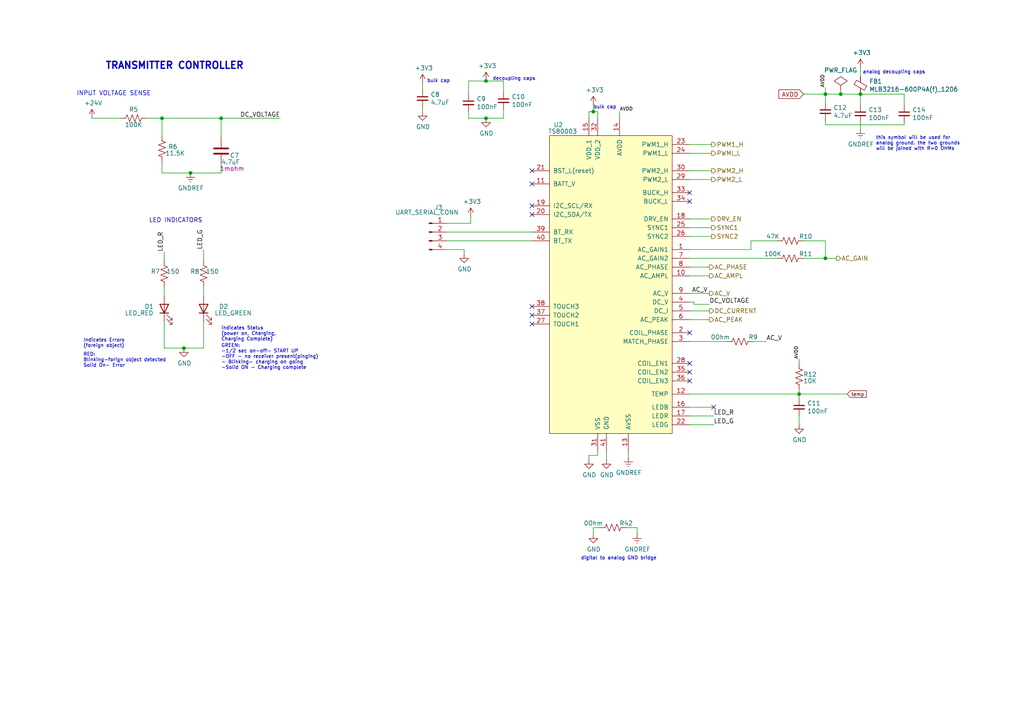
<source format=kicad_sch>
(kicad_sch (version 20211123) (generator eeschema)
  (paper "A4")
  (lib_symbols
    (symbol "Connector:Conn_01x04_Male" (pin_names (offset 1.016) hide)
      (property "Reference" "J" (at 0 5.08 0))
      (property "Value" "Conn_01x04_Male" (at 0 -7.62 0))
      (symbol "Conn_01x04_Male_1_1"
        (polyline (pts (xy 1.27 -5.08) (xy 0.8636 -5.08)) (stroke (width 0.1524)))
        (polyline (pts (xy 1.27 -2.54) (xy 0.8636 -2.54)) (stroke (width 0.1524)))
        (polyline (pts (xy 1.27 0) (xy 0.8636 0)) (stroke (width 0.1524)))
        (polyline (pts (xy 1.27 2.54) (xy 0.8636 2.54)) (stroke (width 0.1524)))
        (rectangle (start 0.8636 -4.953) (end 0 -5.207) (stroke (width 0.1524)) (fill (type outline)))
        (rectangle (start 0.8636 -2.413) (end 0 -2.667) (stroke (width 0.1524)) (fill (type outline)))
        (rectangle (start 0.8636 0.127) (end 0 -0.127) (stroke (width 0.1524)) (fill (type outline)))
        (rectangle (start 0.8636 2.667) (end 0 2.413) (stroke (width 0.1524)) (fill (type outline)))
        (pin passive line (at 5.08 2.54 180) (length 3.81) (name "Pin_1") (number "1"))
        (pin passive line (at 5.08 0 180) (length 3.81) (name "Pin_2") (number "2"))
        (pin passive line (at 5.08 -2.54 180) (length 3.81) (name "Pin_3") (number "3"))
        (pin passive line (at 5.08 -5.08 180) (length 3.81) (name "Pin_4") (number "4"))
      )
    )
    (symbol "Device:C" (pin_numbers hide) (pin_names (offset 0.254))
      (property "Reference" "C" (at 0.635 2.54 0))
      (property "Value" "C" (at 0.635 -2.54 0))
      (symbol "C_0_1"
        (polyline (pts (xy -2.032 -0.762) (xy 2.032 -0.762)) (stroke (width 0.508)))
        (polyline (pts (xy -2.032 0.762) (xy 2.032 0.762)) (stroke (width 0.508)))
      )
      (symbol "C_1_1"
        (pin passive line (at 0 3.81 270) (length 2.794) (name "~") (number "1"))
        (pin passive line (at 0 -3.81 90) (length 2.794) (name "~") (number "2"))
      )
    )
    (symbol "Device:C_Small" (pin_numbers hide) (pin_names (offset 0.254) hide)
      (property "Reference" "C" (at 0.254 1.778 0))
      (property "Value" "C_Small" (at 0.254 -2.032 0))
      (symbol "C_Small_0_1"
        (polyline (pts (xy -1.524 -0.508) (xy 1.524 -0.508)) (stroke (width 0.3302)))
        (polyline (pts (xy -1.524 0.508) (xy 1.524 0.508)) (stroke (width 0.3048)))
      )
      (symbol "C_Small_1_1"
        (pin passive line (at 0 2.54 270) (length 2.032) (name "~") (number "1"))
        (pin passive line (at 0 -2.54 90) (length 2.032) (name "~") (number "2"))
      )
    )
    (symbol "Device:Ferrite_Bead_Small" (pin_numbers hide) (pin_names (offset 0))
      (property "Reference" "FB" (at 1.905 1.27 0))
      (property "Value" "Device_Ferrite_Bead_Small" (at 1.905 -1.27 0))
      (symbol "Ferrite_Bead_Small_0_1"
        (polyline (pts (xy 0 -1.27) (xy 0 -0.7874)))
        (polyline (pts (xy 0 0.889) (xy 0 1.2954)))
        (polyline (pts (xy -1.8288 0.2794) (xy -1.1176 1.4986) (xy 1.8288 -0.2032) (xy 1.1176 -1.4224) (xy -1.8288 0.2794)))
      )
      (symbol "Ferrite_Bead_Small_1_1"
        (pin passive line (at 0 2.54 270) (length 1.27) (name "~") (number "1"))
        (pin passive line (at 0 -2.54 90) (length 1.27) (name "~") (number "2"))
      )
    )
    (symbol "Device:LED" (pin_numbers hide) (pin_names (offset 1.016) hide)
      (property "Reference" "D" (at 0 2.54 0))
      (property "Value" "LED" (at 0 -2.54 0))
      (symbol "LED_0_1"
        (polyline (pts (xy -1.27 -1.27) (xy -1.27 1.27)) (stroke (width 0.254)))
        (polyline (pts (xy -1.27 0) (xy 1.27 0)))
        (polyline (pts (xy 1.27 -1.27) (xy 1.27 1.27) (xy -1.27 0) (xy 1.27 -1.27)) (stroke (width 0.254)))
        (polyline (pts (xy -3.048 -0.762) (xy -4.572 -2.286) (xy -3.81 -2.286) (xy -4.572 -2.286) (xy -4.572 -1.524)))
        (polyline (pts (xy -1.778 -0.762) (xy -3.302 -2.286) (xy -2.54 -2.286) (xy -3.302 -2.286) (xy -3.302 -1.524)))
      )
      (symbol "LED_1_1"
        (pin passive line (at -3.81 0 0) (length 2.54) (name "K") (number "1"))
        (pin passive line (at 3.81 0 180) (length 2.54) (name "A") (number "2"))
      )
    )
    (symbol "Device:R_US" (pin_numbers hide) (pin_names (offset 0))
      (property "Reference" "R" (at 2.54 0 90))
      (property "Value" "R_US" (at -2.54 0 90))
      (symbol "R_US_0_1"
        (polyline (pts (xy 0 -2.286) (xy 0 -2.54)))
        (polyline (pts (xy 0 2.286) (xy 0 2.54)))
        (polyline (pts (xy 0 -0.762) (xy 1.016 -1.143) (xy 0 -1.524) (xy -1.016 -1.905) (xy 0 -2.286)))
        (polyline (pts (xy 0 0.762) (xy 1.016 0.381) (xy 0 0) (xy -1.016 -0.381) (xy 0 -0.762)))
        (polyline (pts (xy 0 2.286) (xy 1.016 1.905) (xy 0 1.524) (xy -1.016 1.143) (xy 0 0.762)))
      )
      (symbol "R_US_1_1"
        (pin passive line (at 0 3.81 270) (length 1.27) (name "~") (number "1"))
        (pin passive line (at 0 -3.81 90) (length 1.27) (name "~") (number "2"))
      )
    )
    (symbol "GCL_Integrated-Circuits:TS80003" (pin_names (offset 1.016))
      (property "Reference" "U" (at -2.54 3.81 0))
      (property "Value" "TS80003" (at 0 1.27 0))
      (symbol "TS80003_1_1"
        (polyline (pts (xy 0 0) (xy 35.56 0) (xy 35.56 -86.36) (xy 0 -86.36) (xy 0 0)) (stroke (width 0.1524)) (fill (type background)))
        (pin passive line (at 40.64 -33.02 180) (length 5.08) (name "AC_GAIN1") (number "1"))
        (pin passive line (at 40.64 -40.64 180) (length 5.08) (name "AC_AMPL") (number "10"))
        (pin passive line (at -5.08 -13.97 0) (length 5.08) (name "BATT_V") (number "11"))
        (pin passive line (at 40.64 -74.93 180) (length 5.08) (name "TEMP") (number "12"))
        (pin power_in line (at 22.86 -91.44 90) (length 5.08) (name "AVSS") (number "13"))
        (pin power_in line (at 20.32 5.08 270) (length 5.08) (name "AVDD") (number "14"))
        (pin power_in line (at 11.43 5.08 270) (length 5.08) (name "VDD_1") (number "15"))
        (pin passive line (at 40.64 -78.74 180) (length 5.08) (name "LEDB") (number "16"))
        (pin passive line (at 40.64 -81.28 180) (length 5.08) (name "LEDR") (number "17"))
        (pin passive line (at 40.64 -24.13 180) (length 5.08) (name "DRV_EN") (number "18"))
        (pin passive line (at -5.08 -20.32 0) (length 5.08) (name "I2C_SCL/RX") (number "19"))
        (pin passive line (at 40.64 -57.15 180) (length 5.08) (name "COIL_PHASE") (number "2"))
        (pin passive line (at -5.08 -22.86 0) (length 5.08) (name "I2C_SDA/TX") (number "20"))
        (pin passive line (at -5.08 -10.16 0) (length 5.08) (name "BST_L(reset)") (number "21"))
        (pin passive line (at 40.64 -83.82 180) (length 5.08) (name "LEDG") (number "22"))
        (pin passive line (at 40.64 -2.54 180) (length 5.08) (name "PWM1_H") (number "23"))
        (pin passive line (at 40.64 -5.08 180) (length 5.08) (name "PWM1_L") (number "24"))
        (pin passive line (at 40.64 -26.67 180) (length 5.08) (name "SYNC1") (number "25"))
        (pin passive line (at 40.64 -29.21 180) (length 5.08) (name "SYNC2") (number "26"))
        (pin passive line (at -5.08 -54.61 0) (length 5.08) (name "TOUCH1") (number "27"))
        (pin passive line (at 40.64 -66.04 180) (length 5.08) (name "COIL_EN1") (number "28"))
        (pin passive line (at 40.64 -12.7 180) (length 5.08) (name "PWM2_L") (number "29"))
        (pin passive line (at 40.64 -59.69 180) (length 5.08) (name "MATCH_PHASE") (number "3"))
        (pin passive line (at 40.64 -10.16 180) (length 5.08) (name "PWM2_H") (number "30"))
        (pin power_in line (at 13.97 -91.44 90) (length 5.08) (name "VSS") (number "31"))
        (pin passive line (at 13.97 5.08 270) (length 5.08) (name "VDD_2") (number "32"))
        (pin passive line (at 40.64 -16.51 180) (length 5.08) (name "BUCK_H") (number "33"))
        (pin passive line (at 40.64 -19.05 180) (length 5.08) (name "BUCK_L") (number "34"))
        (pin passive line (at 40.64 -68.58 180) (length 5.08) (name "COIL_EN2") (number "35"))
        (pin passive line (at 40.64 -71.12 180) (length 5.08) (name "COIL_EN3") (number "36"))
        (pin passive line (at -5.08 -52.07 0) (length 5.08) (name "TOUCH2") (number "37"))
        (pin passive line (at -5.08 -49.53 0) (length 5.08) (name "TOUCH3") (number "38"))
        (pin passive line (at -5.08 -27.94 0) (length 5.08) (name "BT_RX") (number "39"))
        (pin passive line (at 40.64 -48.26 180) (length 5.08) (name "DC_V") (number "4"))
        (pin passive line (at -5.08 -30.48 0) (length 5.08) (name "BT_TX") (number "40"))
        (pin power_in line (at 16.51 -91.44 90) (length 5.08) (name "GND") (number "41"))
        (pin passive line (at 40.64 -50.8 180) (length 5.08) (name "DC_I") (number "5"))
        (pin passive line (at 40.64 -53.34 180) (length 5.08) (name "AC_PEAK") (number "6"))
        (pin passive line (at 40.64 -35.56 180) (length 5.08) (name "AC_GAIN2") (number "7"))
        (pin passive line (at 40.64 -38.1 180) (length 5.08) (name "AC_PHASE") (number "8"))
        (pin passive line (at 40.64 -45.72 180) (length 5.08) (name "AC_V") (number "9"))
      )
    )
    (symbol "The_Qi_wireless_charger_tx-rescue:+3.3V-OLIMEX_Power" (power) (pin_names (offset 0))
      (property "Value" "+3.3V-OLIMEX_Power" (at 0 3.556 0))
      (symbol "+3.3V-OLIMEX_Power_0_1"
        (polyline (pts (xy -0.762 1.27) (xy 0 2.54)))
        (polyline (pts (xy 0 0) (xy 0 2.54)))
        (polyline (pts (xy 0 2.54) (xy 0.762 1.27)))
      )
      (symbol "+3.3V-OLIMEX_Power_1_1"
        (pin power_in line (at 0 0 90) (length 0) hide (name "+3V3") (number "1"))
      )
    )
    (symbol "The_Qi_wireless_charger_tx-rescue:GND-OLIMEX_Power" (power) (pin_names (offset 0))
      (property "Value" "GND-OLIMEX_Power" (at 0 -3.81 0))
      (symbol "GND-OLIMEX_Power_0_1"
        (polyline (pts (xy 0 0) (xy 0 -1.27) (xy 1.27 -1.27) (xy 0 -2.54) (xy -1.27 -1.27) (xy 0 -1.27)))
      )
      (symbol "GND-OLIMEX_Power_1_1"
        (pin power_in line (at 0 0 270) (length 0) hide (name "GND") (number "1"))
      )
    )
    (symbol "The_Qi_wireless_charger_tx-rescue:GNDREF-OLIMEX_Power" (power) (pin_names (offset 0))
      (property "Value" "GNDREF-OLIMEX_Power" (at 0 -3.81 0))
      (symbol "GNDREF-OLIMEX_Power_0_1"
        (polyline (pts (xy -0.635 -1.905) (xy 0.635 -1.905)))
        (polyline (pts (xy -0.127 -2.54) (xy 0.127 -2.54)))
        (polyline (pts (xy 0 -1.27) (xy 0 0)))
        (polyline (pts (xy 1.27 -1.27) (xy -1.27 -1.27)))
      )
      (symbol "GNDREF-OLIMEX_Power_1_1"
        (pin power_in line (at 0 0 270) (length 0) hide (name "GNDREF") (number "1"))
      )
    )
    (symbol "The_Qi_wireless_charger_tx-rescue:PWR_FLAG-OLIMEX_Power" (power) (pin_numbers hide) (pin_names (offset 0) hide)
      (property "Value" "PWR_FLAG-OLIMEX_Power" (at 0 4.572 0))
      (symbol "PWR_FLAG-OLIMEX_Power_0_0"
        (pin power_out line (at 0 0 90) (length 0) (name "pwr") (number "1"))
      )
      (symbol "PWR_FLAG-OLIMEX_Power_0_1"
        (polyline (pts (xy 0 0) (xy 0 1.27) (xy -1.905 2.54) (xy 0 3.81) (xy 1.905 2.54) (xy 0 1.27)))
      )
    )
    (symbol "power:+24V" (power) (pin_names (offset 0))
      (property "Value" "+24V" (at 0 3.556 0))
      (symbol "+24V_0_1"
        (polyline (pts (xy -0.762 1.27) (xy 0 2.54)))
        (polyline (pts (xy 0 0) (xy 0 2.54)))
        (polyline (pts (xy 0 2.54) (xy 0.762 1.27)))
      )
      (symbol "+24V_1_1"
        (pin power_in line (at 0 0 90) (length 0) hide (name "+24V") (number "1"))
      )
    )
  )
  (junction (at 55.245 50.165))
  (junction (at 172.085 32.385))
  (junction (at 140.97 23.495))
  (junction (at 239.395 74.93))
  (junction (at 239.395 27.305))
  (junction (at 243.84 27.305))
  (junction (at 231.775 114.3))
  (junction (at 46.99 34.29))
  (junction (at 53.34 100.965))
  (junction (at 249.555 27.305))
  (junction (at 140.97 34.29))
  (junction (at 64.135 34.29))
  (no_connect (at 200.025 105.41))
  (no_connect (at 207.01 118.11))
  (no_connect (at 154.305 91.44))
  (no_connect (at 154.305 88.9))
  (no_connect (at 200.025 96.52))
  (no_connect (at 200.025 110.49))
  (no_connect (at 154.305 62.23))
  (no_connect (at 154.305 53.34))
  (no_connect (at 154.305 59.69))
  (no_connect (at 200.025 107.95))
  (no_connect (at 154.305 93.98))
  (no_connect (at 200.025 55.88))
  (no_connect (at 154.305 49.53))
  (no_connect (at 200.025 58.42))
  (wire (pts (xy 135.89 32.385) (xy 135.89 34.29)))
  (wire (pts (xy 231.775 123.19) (xy 231.775 120.65)))
  (wire (pts (xy 172.085 153.035) (xy 172.085 154.94)))
  (wire (pts (xy 59.055 100.965) (xy 59.055 93.345)))
  (wire (pts (xy 47.625 100.965) (xy 53.34 100.965)))
  (wire (pts (xy 122.555 24.13) (xy 122.555 26.035)))
  (wire (pts (xy 129.54 67.31) (xy 154.305 67.31)))
  (wire (pts (xy 200.025 49.53) (xy 206.375 49.53)))
  (wire (pts (xy 129.54 69.85) (xy 154.305 69.85)))
  (wire (pts (xy 42.545 34.29) (xy 46.99 34.29)))
  (wire (pts (xy 217.805 72.39) (xy 217.805 69.85)))
  (wire (pts (xy 200.025 77.47) (xy 205.74 77.47)))
  (wire (pts (xy 239.395 69.85) (xy 233.045 69.85)))
  (wire (pts (xy 129.54 72.39) (xy 134.62 72.39)))
  (wire (pts (xy 200.025 118.11) (xy 207.01 118.11)))
  (wire (pts (xy 172.085 30.48) (xy 172.085 32.385)))
  (wire (pts (xy 136.525 62.865) (xy 136.525 64.77)))
  (wire (pts (xy 173.99 153.035) (xy 172.085 153.035)))
  (wire (pts (xy 239.395 27.305) (xy 239.395 25.4)))
  (wire (pts (xy 182.245 132.715) (xy 182.245 130.81)))
  (wire (pts (xy 231.775 114.3) (xy 231.775 113.03)))
  (wire (pts (xy 46.99 50.165) (xy 46.99 46.99)))
  (wire (pts (xy 46.99 34.29) (xy 64.135 34.29)))
  (wire (pts (xy 59.055 75.565) (xy 59.055 72.39)))
  (wire (pts (xy 184.785 153.035) (xy 184.785 154.94)))
  (wire (pts (xy 200.025 120.65) (xy 207.01 120.65)))
  (wire (pts (xy 249.555 30.48) (xy 249.555 27.305)))
  (wire (pts (xy 231.775 105.41) (xy 231.775 104.14)))
  (wire (pts (xy 200.025 92.71) (xy 205.74 92.71)))
  (wire (pts (xy 173.355 130.81) (xy 173.355 132.08)))
  (wire (pts (xy 200.025 66.04) (xy 206.375 66.04)))
  (wire (pts (xy 231.775 115.57) (xy 231.775 114.3)))
  (wire (pts (xy 135.89 34.29) (xy 140.97 34.29)))
  (wire (pts (xy 200.025 68.58) (xy 206.375 68.58)))
  (wire (pts (xy 218.44 99.06) (xy 222.25 99.06)))
  (wire (pts (xy 140.97 23.495) (xy 146.05 23.495)))
  (wire (pts (xy 136.525 64.77) (xy 129.54 64.77)))
  (wire (pts (xy 55.245 50.165) (xy 46.99 50.165)))
  (wire (pts (xy 217.805 69.85) (xy 225.425 69.85)))
  (wire (pts (xy 47.625 93.345) (xy 47.625 100.965)))
  (wire (pts (xy 135.89 23.495) (xy 135.89 27.305)))
  (wire (pts (xy 262.255 36.195) (xy 262.255 35.56)))
  (wire (pts (xy 243.84 26.035) (xy 243.84 27.305)))
  (wire (pts (xy 172.085 32.385) (xy 170.815 32.385)))
  (wire (pts (xy 239.395 34.925) (xy 239.395 36.195)))
  (wire (pts (xy 200.025 90.17) (xy 205.74 90.17)))
  (wire (pts (xy 64.135 34.29) (xy 81.28 34.29)))
  (wire (pts (xy 233.045 74.93) (xy 239.395 74.93)))
  (wire (pts (xy 170.815 32.385) (xy 170.815 34.29)))
  (wire (pts (xy 200.025 72.39) (xy 217.805 72.39)))
  (wire (pts (xy 173.355 132.08) (xy 170.815 132.08)))
  (wire (pts (xy 140.97 34.29) (xy 146.05 34.29)))
  (wire (pts (xy 200.025 114.3) (xy 231.775 114.3)))
  (wire (pts (xy 46.99 39.37) (xy 46.99 34.29)))
  (wire (pts (xy 140.97 23.495) (xy 135.89 23.495)))
  (wire (pts (xy 239.395 27.305) (xy 239.395 29.845)))
  (wire (pts (xy 170.815 132.08) (xy 170.815 133.35)))
  (wire (pts (xy 249.555 37.465) (xy 249.555 35.56)))
  (wire (pts (xy 179.705 32.385) (xy 179.705 34.29)))
  (wire (pts (xy 262.255 27.305) (xy 249.555 27.305)))
  (wire (pts (xy 64.135 50.165) (xy 55.245 50.165)))
  (wire (pts (xy 231.775 114.3) (xy 245.745 114.3)))
  (wire (pts (xy 146.05 34.29) (xy 146.05 31.75)))
  (wire (pts (xy 181.61 153.035) (xy 184.785 153.035)))
  (wire (pts (xy 243.84 27.305) (xy 249.555 27.305)))
  (wire (pts (xy 201.295 87.63) (xy 200.025 87.63)))
  (wire (pts (xy 239.395 27.305) (xy 243.84 27.305)))
  (wire (pts (xy 64.135 47.625) (xy 64.135 50.165)))
  (wire (pts (xy 172.085 32.385) (xy 173.355 32.385)))
  (wire (pts (xy 134.62 72.39) (xy 134.62 73.66)))
  (wire (pts (xy 59.055 85.725) (xy 59.055 83.185)))
  (wire (pts (xy 262.255 30.48) (xy 262.255 27.305)))
  (wire (pts (xy 201.295 88.265) (xy 201.295 87.63)))
  (wire (pts (xy 47.625 73.025) (xy 47.625 75.565)))
  (wire (pts (xy 233.045 27.305) (xy 239.395 27.305)))
  (wire (pts (xy 146.05 26.67) (xy 146.05 23.495)))
  (wire (pts (xy 26.67 34.29) (xy 34.925 34.29)))
  (wire (pts (xy 200.025 74.93) (xy 225.425 74.93)))
  (wire (pts (xy 173.355 32.385) (xy 173.355 34.29)))
  (wire (pts (xy 47.625 83.185) (xy 47.625 85.725)))
  (wire (pts (xy 122.555 31.115) (xy 122.555 32.385)))
  (wire (pts (xy 200.025 41.91) (xy 206.375 41.91)))
  (wire (pts (xy 175.895 130.81) (xy 175.895 133.35)))
  (wire (pts (xy 239.395 36.195) (xy 262.255 36.195)))
  (wire (pts (xy 249.555 22.225) (xy 249.555 19.685)))
  (wire (pts (xy 200.025 123.19) (xy 207.01 123.19)))
  (wire (pts (xy 200.025 80.01) (xy 205.74 80.01)))
  (wire (pts (xy 200.025 63.5) (xy 206.375 63.5)))
  (wire (pts (xy 200.025 52.07) (xy 206.375 52.07)))
  (wire (pts (xy 239.395 74.93) (xy 242.57 74.93)))
  (wire (pts (xy 205.74 88.265) (xy 201.295 88.265)))
  (wire (pts (xy 200.025 99.06) (xy 210.82 99.06)))
  (wire (pts (xy 53.34 100.965) (xy 59.055 100.965)))
  (wire (pts (xy 200.025 44.45) (xy 206.375 44.45)))
  (wire (pts (xy 64.135 34.29) (xy 64.135 40.005)))
  (wire (pts (xy 200.025 85.09) (xy 205.74 85.09)))
  (wire (pts (xy 239.395 74.93) (xy 239.395 69.85)))
  (text "TRANSMITTER CONTROLLER" (at 30.48 20.32 0) (effects (font (size 2.0066 2.0066) (thickness 0.4013) bold) (justify left bottom)))
  (text "INPUT VOLTAGE SENSE\n" (at 43.815 27.94 180) (effects (font (size 1.27 1.27)) (justify right bottom)))
  (text "indicates Status\n(power on, Charging,\nCharging Complete)" (at 64.135 99.06 0) (effects (font (size 0.9906 0.9906)) (justify left bottom)))
  (text "digital to analog GND bridge\n" (at 190.5 162.56 180) (effects (font (size 0.9906 0.9906)) (justify right bottom)))
  (text "LED INDICATORS" (at 43.18 64.77 0) (effects (font (size 1.27 1.27)) (justify left bottom)))
  (text "analog decoupling caps" (at 250.19 21.59 0) (effects (font (size 0.9906 0.9906)) (justify left bottom)))
  (text "this symbol will be used for\nanalog ground. the two grounds\nwill be joined with R=0 OHMs" (at 254 43.815 0) (effects (font (size 0.9906 0.9906)) (justify left bottom)))
  (text "bulk cap\n" (at 123.825 24.13 0) (effects (font (size 0.9906 0.9906)) (justify left bottom)))
  (text "RED:\nBlinking-forign object detected\nSolid On- Error" (at 24.13 106.68 0) (effects (font (size 0.9906 0.9906)) (justify left bottom)))
  (text "bulk cap\n" (at 172.085 31.75 0) (effects (font (size 0.9906 0.9906)) (justify left bottom)))
  (text "decoupling caps" (at 142.875 23.495 0) (effects (font (size 0.9906 0.9906)) (justify left bottom)))
  (text "GREEN:\n-1/2 sec on-off- START UP\n-OFF - no receiver present(pinging)\n- Blinking- charging on going\n-Solid ON - Charging complete" (at 64.135 107.315 0) (effects (font (size 0.9906 0.9906)) (justify left bottom)))
  (text "Indicates Errors\n(foreign object)\n" (at 24.13 100.965 0) (effects (font (size 0.9906 0.9906)) (justify left bottom)))
  (label "LED_R" (at 207.01 120.65 0))
  (label "LED_G" (at 207.01 123.19 0))
  (label "DC_VOLTAGE" (at 205.74 88.265 0))
  (label "AVDD" (at 231.775 104.14 90) (effects (font (size 0.9906 0.9906))))
  (label "AVDD" (at 239.395 25.4 90) (effects (font (size 0.9906 0.9906))))
  (label "AC_V" (at 200.66 85.09 0))
  (label "AC_V" (at 222.25 99.06 0))
  (label "LED_G" (at 59.055 72.39 90))
  (label "LED_R" (at 47.625 73.025 90))
  (label "DC_VOLTAGE" (at 81.28 34.29 180))
  (label "AVDD" (at 179.705 32.385 0) (effects (font (size 0.9906 0.9906))))
  (global_label "temp" (shape input) (at 245.745 114.3 0) (effects (font (size 0.9906 0.9906))) (property "Intersheet References" "${INTERSHEET_REFS}" (effects hide)))
  (global_label "AVDD" (shape input) (at 233.045 27.305 180) (property "Intersheet References" "${INTERSHEET_REFS}" (effects hide)))
  (hierarchical_label "DRV_EN" (shape output) (at 206.375 63.5 0))
  (hierarchical_label "AC_V" (shape output) (at 205.74 85.09 0))
  (hierarchical_label "PWM2_L" (shape output) (at 206.375 52.07 0))
  (hierarchical_label "PWMI_L" (shape output) (at 206.375 44.45 0))
  (hierarchical_label "PWM1_H" (shape output) (at 206.375 41.91 0))
  (hierarchical_label "DC_CURRENT" (shape output) (at 205.74 90.17 0))
  (hierarchical_label "AC_PHASE" (shape output) (at 205.74 77.47 0))
  (hierarchical_label "AC_PEAK" (shape output) (at 205.74 92.71 0))
  (hierarchical_label "SYNC2" (shape output) (at 206.375 68.58 0))
  (hierarchical_label "SYNC1" (shape output) (at 206.375 66.04 0))
  (hierarchical_label "AC_GAIN" (shape output) (at 242.57 74.93 0))
  (hierarchical_label "AC_AMPL" (shape output) (at 205.74 80.01 0))
  (hierarchical_label "PWM2_H" (shape output) (at 206.375 49.53 0))
  (symbol (lib_id "The_Qi_wireless_charger_tx-rescue:+3.3V-OLIMEX_Power") (at 172.085 30.48 0) (unit 1)
    (property "Reference" "#PWR0109" (effects hide))
    (property "Value" "+3.3V" (at 172.466 26.0858 0))
  )
  (symbol (lib_id "The_Qi_wireless_charger_tx-rescue:GNDREF-OLIMEX_Power") (at 182.245 132.715 0) (unit 1)
    (property "Reference" "#PWR0110" (effects hide))
    (property "Value" "GNDREF" (at 182.372 137.1092 0))
  )
  (symbol (lib_id "The_Qi_wireless_charger_tx-rescue:GNDREF-OLIMEX_Power") (at 249.555 37.465 0) (unit 1)
    (property "Reference" "#PWR0111" (effects hide))
    (property "Value" "GNDREF" (at 249.682 41.8592 0))
  )
  (symbol (lib_id "The_Qi_wireless_charger_tx-rescue:+3.3V-OLIMEX_Power") (at 249.555 19.685 0) (unit 1)
    (property "Reference" "#PWR0112" (effects hide))
    (property "Value" "+3.3V" (at 249.936 15.2908 0))
  )
  (symbol (lib_id "Device:Ferrite_Bead_Small") (at 249.555 24.765 0) (unit 1)
    (property "Reference" "FB1" (at 252.095 23.5966 0) (effects (justify left)))
    (property "Value" "MLB3216-600P4A(f)_1206" (at 252.095 25.908 0) (effects (justify left)))
    (property "Footprint" "Inductor_SMD:L_1206_3216Metric" (effects hide))
    (property "MFR" "MLB3216-600P4A(f)" (effects hide))
    (property "Vendor" "LCSC" (effects hide))
  )
  (symbol (lib_id "Device:R_US") (at 229.235 69.85 270) (unit 1)
    (property "Reference" "R10" (at 233.68 68.58 90))
    (property "Value" "47K" (at 224.155 68.58 90))
    (property "Footprint" "Resistor_SMD:R_0603_1608Metric" (effects hide))
    (property "MFR" "RC0402FR-0747KL" (effects hide))
    (property "Vendor" "LCSC" (effects hide))
  )
  (symbol (lib_id "Device:R_US") (at 214.63 99.06 270) (unit 1)
    (property "Reference" "R9" (at 218.44 97.79 90))
    (property "Value" "0Ohm" (at 208.915 97.79 90))
    (property "Footprint" "Resistor_SMD:R_0603_1608Metric" (effects hide))
    (property "MFR" "1206W4J0000T5E" (effects hide))
    (property "Vendor" "LCSC" (effects hide))
  )
  (symbol (lib_id "Device:R_US") (at 231.775 109.22 0) (unit 1)
    (property "Reference" "R12" (at 234.95 108.585 0))
    (property "Value" "10K" (at 234.95 110.49 0))
    (property "Footprint" "Resistor_SMD:R_0603_1608Metric" (effects hide))
    (property "MFR" "0402WGF1002TCE" (effects hide))
    (property "Vendor" "LCSC" (effects hide))
  )
  (symbol (lib_id "The_Qi_wireless_charger_tx-rescue:GND-OLIMEX_Power") (at 231.775 123.19 0) (unit 1)
    (property "Reference" "#PWR0113" (effects hide))
    (property "Value" "GND" (at 231.902 127.5842 0))
  )
  (symbol (lib_id "Device:LED") (at 59.055 89.535 90) (unit 1)
    (property "Reference" "D2" (at 63.5 88.9 90) (effects (justify right)))
    (property "Value" "LED_GREEN" (at 62.23 90.805 90) (effects (justify right)))
    (property "Footprint" "LED_SMD:LED_0603_1608Metric" (effects hide))
    (property "MFR" "11-21/GPC-AM2P1/2T" (effects hide))
    (property "Vendor" "LCSC" (effects hide))
  )
  (symbol (lib_id "Device:LED") (at 47.625 89.535 90) (unit 1)
    (property "Reference" "D1" (at 41.91 88.9 90) (effects (justify right)))
    (property "Value" "LED_RED" (at 36.195 90.805 90) (effects (justify right)))
    (property "Footprint" "LED_SMD:LED_0603_1608Metric" (effects hide))
    (property "MFR" "NCD1206R1" (effects hide))
    (property "Vendor" "LCSC" (effects hide))
  )
  (symbol (lib_id "The_Qi_wireless_charger_tx-rescue:GND-OLIMEX_Power") (at 53.34 100.965 0) (unit 1)
    (property "Reference" "#PWR0114" (effects hide))
    (property "Value" "GND" (at 53.467 105.3592 0))
  )
  (symbol (lib_id "Device:R_US") (at 47.625 79.375 0) (unit 1)
    (property "Reference" "R7" (at 45.085 78.74 0))
    (property "Value" "150" (at 50.165 78.74 0))
    (property "Footprint" "Resistor_SMD:R_0402_1005Metric" (effects hide))
    (property "MFR" "RTT022152FTH" (effects hide))
    (property "Vendor" "LCSC" (effects hide))
  )
  (symbol (lib_id "Device:R_US") (at 229.235 74.93 270) (unit 1)
    (property "Reference" "R11" (at 233.68 73.66 90))
    (property "Value" "100K" (at 224.155 73.66 90))
    (property "Footprint" "Resistor_SMD:R_0603_1608Metric" (effects hide))
    (property "MFR" "RC0402FR-07100KL" (effects hide))
    (property "Vendor" "LCSC" (effects hide))
  )
  (symbol (lib_id "GCL_Integrated-Circuits:TS80003") (at 159.385 39.37 0) (unit 1)
    (property "Reference" "U2" (at 161.925 36.195 0))
    (property "Value" "TS80003" (at 163.195 38.1 0))
    (property "Footprint" "greencharge-footprints:QFN40P500X500X90-41N-D" (effects hide))
    (property "MFR" "TS80003" (effects hide))
  )
  (symbol (lib_id "The_Qi_wireless_charger_tx-rescue:GND-OLIMEX_Power") (at 122.555 32.385 0) (unit 1)
    (property "Reference" "#PWR0115" (effects hide))
    (property "Value" "GND" (at 122.682 36.7792 0))
  )
  (symbol (lib_id "The_Qi_wireless_charger_tx-rescue:GND-OLIMEX_Power") (at 140.97 34.29 0) (unit 1)
    (property "Reference" "#PWR0116" (effects hide))
    (property "Value" "GND" (at 141.097 38.6842 0))
  )
  (symbol (lib_id "The_Qi_wireless_charger_tx-rescue:+3.3V-OLIMEX_Power") (at 140.97 23.495 0) (unit 1)
    (property "Reference" "#PWR0117" (effects hide))
    (property "Value" "+3.3V" (at 141.351 19.1008 0))
  )
  (symbol (lib_id "The_Qi_wireless_charger_tx-rescue:+3.3V-OLIMEX_Power") (at 122.555 24.13 0) (unit 1)
    (property "Reference" "#PWR0118" (effects hide))
    (property "Value" "+3.3V" (at 122.936 19.7358 0))
  )
  (symbol (lib_id "Device:C_Small") (at 135.89 29.845 0) (unit 1)
    (property "Reference" "C9" (at 138.2268 28.6766 0) (effects (justify left)))
    (property "Value" "100nF" (at 138.2268 30.988 0) (effects (justify left)))
    (property "Footprint" "Capacitor_SMD:C_0402_1005Metric" (effects hide))
    (property "MFR" "CC0402KRX5R5BB104" (effects hide))
    (property "Vendor" "LCSC" (effects hide))
  )
  (symbol (lib_id "Device:C_Small") (at 122.555 28.575 0) (unit 1)
    (property "Reference" "C8" (at 124.8918 27.4066 0) (effects (justify left)))
    (property "Value" "4.7uF" (at 124.8918 29.718 0) (effects (justify left)))
    (property "Footprint" "Capacitor_SMD:C_0402_1005Metric" (effects hide))
    (property "MFR" "CL10A475KQ8NNNC" (effects hide))
    (property "Vendor" "LCSC" (effects hide))
  )
  (symbol (lib_id "The_Qi_wireless_charger_tx-rescue:GND-OLIMEX_Power") (at 170.815 133.35 0) (unit 1)
    (property "Reference" "#PWR0119" (effects hide))
    (property "Value" "GND" (at 170.942 137.7442 0))
  )
  (symbol (lib_id "Connector:Conn_01x04_Male") (at 124.46 67.31 0) (unit 1)
    (property "Reference" "J3" (at 127.2032 60.1726 0))
    (property "Value" "UART_SERIAL_CONN" (at 123.825 61.595 0))
    (property "Footprint" "Connector_PinHeader_2.54mm:PinHeader_1x04_P2.54mm_Vertical" (effects hide))
  )
  (symbol (lib_id "The_Qi_wireless_charger_tx-rescue:GND-OLIMEX_Power") (at 134.62 73.66 0) (unit 1)
    (property "Reference" "#PWR08" (effects hide))
    (property "Value" "GND" (at 134.747 78.0542 0))
  )
  (symbol (lib_id "The_Qi_wireless_charger_tx-rescue:+3.3V-OLIMEX_Power") (at 136.525 62.865 0) (unit 1)
    (property "Reference" "#PWR011" (effects hide))
    (property "Value" "+3.3V" (at 136.906 58.4708 0))
  )
  (symbol (lib_id "Device:R_US") (at 46.99 43.18 180) (unit 1)
    (property "Reference" "R6" (at 50.165 42.545 0))
    (property "Value" "11.5K" (at 50.8 44.45 0))
    (property "Footprint" "Resistor_SMD:R_0603_1608Metric" (effects hide))
    (property "MFR" "0603WAF1152T5E" (effects hide))
    (property "Vendor" "LCSC" (effects hide))
  )
  (symbol (lib_id "power:+24V") (at 26.67 34.29 0) (unit 1)
    (property "Reference" "#PWR0120" (effects hide))
    (property "Value" "+24V" (at 27.051 29.8958 0))
  )
  (symbol (lib_id "The_Qi_wireless_charger_tx-rescue:GNDREF-OLIMEX_Power") (at 55.245 50.165 0) (unit 1)
    (property "Reference" "#PWR0121" (effects hide))
    (property "Value" "GNDREF" (at 55.372 54.5592 0))
  )
  (symbol (lib_id "Device:R_US") (at 38.735 34.29 270) (unit 1)
    (property "Reference" "R5" (at 38.735 31.75 90))
    (property "Value" "100K" (at 38.735 36.195 90))
    (property "Footprint" "Resistor_SMD:R_0603_1608Metric" (effects hide))
    (property "MFR" "RC0603FR-07100KL" (effects hide))
    (property "Vendor" "LCSC" (effects hide))
  )
  (symbol (lib_id "The_Qi_wireless_charger_tx-rescue:GND-OLIMEX_Power") (at 175.895 133.35 0) (unit 1)
    (property "Reference" "#PWR0139" (effects hide))
    (property "Value" "GND" (at 176.022 137.7442 0))
  )
  (symbol (lib_id "The_Qi_wireless_charger_tx-rescue:PWR_FLAG-OLIMEX_Power") (at 243.84 26.035 0) (unit 1)
    (property "Reference" "#FLG01" (effects hide))
    (property "Value" "PWR_FLAG" (at 243.84 20.3708 0))
  )
  (symbol (lib_id "The_Qi_wireless_charger_tx-rescue:GNDREF-OLIMEX_Power") (at 184.785 154.94 0) (unit 1)
    (property "Reference" "#PWR010" (effects hide))
    (property "Value" "GNDREF" (at 184.912 159.3342 0))
  )
  (symbol (lib_id "The_Qi_wireless_charger_tx-rescue:GND-OLIMEX_Power") (at 172.085 154.94 0) (unit 1)
    (property "Reference" "#PWR09" (effects hide))
    (property "Value" "GND" (at 172.212 159.3342 0))
  )
  (symbol (lib_id "Device:C") (at 64.135 43.815 0) (unit 1)
    (property "Reference" "C7" (at 66.675 45.085 0) (effects (justify left)))
    (property "Value" "4.7uF" (at 64.135 46.99 0) (effects (justify left)))
    (property "Footprint" "Capacitor_SMD:C_0402_1005Metric" (effects hide))
    (property "Description" "1mohm" (at 67.31 48.895 0))
    (property "MFR" " C1608X5R1V475KT000E" (effects hide))
    (property "Vendor" "LCSC" (effects hide))
  )
  (symbol (lib_id "Device:R_US") (at 59.055 79.375 0) (unit 1)
    (property "Reference" "R8" (at 56.515 78.74 0))
    (property "Value" "150" (at 61.595 78.74 0))
    (property "Footprint" "Resistor_SMD:R_0402_1005Metric" (effects hide))
    (property "MFR" "RTT022152FTH" (effects hide))
    (property "Vendor" "LCSC" (effects hide))
  )
  (symbol (lib_id "Device:C_Small") (at 239.395 32.385 0) (unit 1)
    (property "Reference" "C12" (at 241.7318 31.2166 0) (effects (justify left)))
    (property "Value" "4.7uF" (at 241.7318 33.528 0) (effects (justify left)))
    (property "Footprint" "Capacitor_SMD:C_0402_1005Metric" (effects hide))
    (property "MFR" "CL10A475KQ8NNNC" (effects hide))
    (property "Vendor" "LCSC" (effects hide))
  )
  (symbol (lib_id "Device:C_Small") (at 262.255 33.02 0) (unit 1)
    (property "Reference" "C14" (at 264.5918 31.8516 0) (effects (justify left)))
    (property "Value" "100nF" (at 264.5918 34.163 0) (effects (justify left)))
    (property "Footprint" "Capacitor_SMD:C_0402_1005Metric" (effects hide))
    (property "MFR" "CC0402KRX5R5BB104" (effects hide))
    (property "Vendor" "LCSC" (effects hide))
  )
  (symbol (lib_id "Device:C_Small") (at 146.05 29.21 0) (unit 1)
    (property "Reference" "C10" (at 148.3868 28.0416 0) (effects (justify left)))
    (property "Value" "100nF" (at 148.3868 30.353 0) (effects (justify left)))
    (property "Footprint" "Capacitor_SMD:C_0402_1005Metric" (effects hide))
    (property "MFR" "CC0402KRX5R5BB104" (effects hide))
    (property "Vendor" "LCSC" (effects hide))
  )
  (symbol (lib_id "Device:C_Small") (at 249.555 33.02 0) (unit 1)
    (property "Reference" "C13" (at 251.8918 31.8516 0) (effects (justify left)))
    (property "Value" "100nF" (at 251.8918 34.163 0) (effects (justify left)))
    (property "Footprint" "Capacitor_SMD:C_0402_1005Metric" (effects hide))
    (property "MFR" "CC0402KRX5R5BB104" (effects hide))
    (property "Vendor" "LCSC" (effects hide))
  )
  (symbol (lib_id "Device:C_Small") (at 231.775 118.11 0) (unit 1)
    (property "Reference" "C11" (at 234.1118 116.9416 0) (effects (justify left)))
    (property "Value" "100nF" (at 234.1118 119.253 0) (effects (justify left)))
    (property "Footprint" "Capacitor_SMD:C_0402_1005Metric" (effects hide))
    (property "MFR" "CC0402KRX5R5BB104" (effects hide))
    (property "Vendor" "LCSC" (effects hide))
  )
  (symbol (lib_id "Device:R_US") (at 177.8 153.035 270) (unit 1)
    (property "Reference" "R42" (at 181.61 151.765 90))
    (property "Value" "0Ohm" (at 172.085 151.765 90))
    (property "Footprint" "Resistor_SMD:R_0603_1608Metric" (effects hide))
    (property "MFR" "1206W4J0000T5E" (effects hide))
    (property "Vendor" "LCSC" (effects hide))
  )
)
</source>
